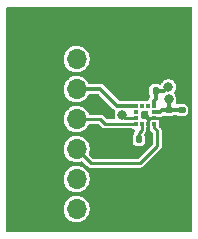
<source format=gbr>
%TF.GenerationSoftware,KiCad,Pcbnew,(6.0.5-0)*%
%TF.CreationDate,2023-04-24T20:53:51-07:00*%
%TF.ProjectId,Magnetometer_Breakout_IIS2MDCTR,4d61676e-6574-46f6-9d65-7465725f4272,rev?*%
%TF.SameCoordinates,Original*%
%TF.FileFunction,Copper,L1,Top*%
%TF.FilePolarity,Positive*%
%FSLAX46Y46*%
G04 Gerber Fmt 4.6, Leading zero omitted, Abs format (unit mm)*
G04 Created by KiCad (PCBNEW (6.0.5-0)) date 2023-04-24 20:53:51*
%MOMM*%
%LPD*%
G01*
G04 APERTURE LIST*
G04 Aperture macros list*
%AMRoundRect*
0 Rectangle with rounded corners*
0 $1 Rounding radius*
0 $2 $3 $4 $5 $6 $7 $8 $9 X,Y pos of 4 corners*
0 Add a 4 corners polygon primitive as box body*
4,1,4,$2,$3,$4,$5,$6,$7,$8,$9,$2,$3,0*
0 Add four circle primitives for the rounded corners*
1,1,$1+$1,$2,$3*
1,1,$1+$1,$4,$5*
1,1,$1+$1,$6,$7*
1,1,$1+$1,$8,$9*
0 Add four rect primitives between the rounded corners*
20,1,$1+$1,$2,$3,$4,$5,0*
20,1,$1+$1,$4,$5,$6,$7,0*
20,1,$1+$1,$6,$7,$8,$9,0*
20,1,$1+$1,$8,$9,$2,$3,0*%
G04 Aperture macros list end*
%TA.AperFunction,SMDPad,CuDef*%
%ADD10R,0.375000X0.350000*%
%TD*%
%TA.AperFunction,SMDPad,CuDef*%
%ADD11R,0.350000X0.375000*%
%TD*%
%TA.AperFunction,ComponentPad*%
%ADD12R,1.700000X1.700000*%
%TD*%
%TA.AperFunction,ComponentPad*%
%ADD13O,1.700000X1.700000*%
%TD*%
%TA.AperFunction,SMDPad,CuDef*%
%ADD14RoundRect,0.140000X-0.170000X0.140000X-0.170000X-0.140000X0.170000X-0.140000X0.170000X0.140000X0*%
%TD*%
%TA.AperFunction,SMDPad,CuDef*%
%ADD15RoundRect,0.140000X-0.140000X-0.170000X0.140000X-0.170000X0.140000X0.170000X-0.140000X0.170000X0*%
%TD*%
%TA.AperFunction,SMDPad,CuDef*%
%ADD16RoundRect,0.140000X0.140000X0.170000X-0.140000X0.170000X-0.140000X-0.170000X0.140000X-0.170000X0*%
%TD*%
%TA.AperFunction,ViaPad*%
%ADD17C,0.800000*%
%TD*%
%TA.AperFunction,Conductor*%
%ADD18C,0.250000*%
%TD*%
%TA.AperFunction,Conductor*%
%ADD19C,0.350000*%
%TD*%
G04 APERTURE END LIST*
D10*
%TO.P,U1,1,SCL/SPC*%
%TO.N,SCL*%
X111802500Y-84085000D03*
%TO.P,U1,2,NC*%
%TO.N,unconnected-(U1-Pad2)*%
X111802500Y-84585000D03*
%TO.P,U1,3,CS*%
%TO.N,CS*%
X111802500Y-85085000D03*
%TO.P,U1,4,SDA/SDI/SDO*%
%TO.N,SDA*%
X111802500Y-85585000D03*
D11*
%TO.P,U1,5,C1*%
%TO.N,Net-(C1-Pad1)*%
X112315000Y-85597500D03*
%TO.P,U1,6,GND*%
%TO.N,GND*%
X112815000Y-85597500D03*
D10*
%TO.P,U1,7,INT/DRDY*%
%TO.N,DRDY*%
X113327500Y-85585000D03*
%TO.P,U1,8,GND*%
%TO.N,GND*%
X113327500Y-85085000D03*
%TO.P,U1,9,VDD*%
%TO.N,VDD*%
X113327500Y-84585000D03*
%TO.P,U1,10,VDD_IO*%
%TO.N,VDDIO*%
X113327500Y-84085000D03*
D11*
%TO.P,U1,11,NC*%
%TO.N,unconnected-(U1-Pad11)*%
X112815000Y-84072500D03*
%TO.P,U1,12,NC*%
%TO.N,unconnected-(U1-Pad12)*%
X112315000Y-84072500D03*
%TD*%
D12*
%TO.P,J1,1,Pin_1*%
%TO.N,GND*%
X106800000Y-77575000D03*
D13*
%TO.P,J1,2,Pin_2*%
%TO.N,VDD*%
X106800000Y-80115000D03*
%TO.P,J1,3,Pin_3*%
%TO.N,SCL*%
X106800000Y-82655000D03*
%TO.P,J1,4,Pin_4*%
%TO.N,SDA*%
X106800000Y-85195000D03*
%TO.P,J1,5,Pin_5*%
%TO.N,DRDY*%
X106800000Y-87735000D03*
%TO.P,J1,6,Pin_6*%
%TO.N,VDDIO*%
X106800000Y-90275000D03*
%TO.P,J1,7,Pin_7*%
%TO.N,CS*%
X106800000Y-92815000D03*
%TD*%
D14*
%TO.P,C2,1*%
%TO.N,VDD*%
X115690000Y-84430000D03*
%TO.P,C2,2*%
%TO.N,GND*%
X115690000Y-85390000D03*
%TD*%
D15*
%TO.P,C1,1*%
%TO.N,Net-(C1-Pad1)*%
X112070000Y-86910000D03*
%TO.P,C1,2*%
%TO.N,GND*%
X113030000Y-86910000D03*
%TD*%
D14*
%TO.P,C3,1*%
%TO.N,VDD*%
X114590000Y-84430000D03*
%TO.P,C3,2*%
%TO.N,GND*%
X114590000Y-85390000D03*
%TD*%
D16*
%TO.P,C4,1*%
%TO.N,VDDIO*%
X113480000Y-82800000D03*
%TO.P,C4,2*%
%TO.N,GND*%
X112520000Y-82800000D03*
%TD*%
D17*
%TO.N,GND*%
X103378000Y-91694000D03*
X111887000Y-87960200D03*
X109550200Y-84683600D03*
X113284000Y-81026000D03*
X103378000Y-78740000D03*
X112268000Y-92710000D03*
X115824000Y-86868000D03*
%TO.N,VDD*%
X114579400Y-83515200D03*
%TO.N,VDDIO*%
X114570000Y-82470000D03*
%TO.N,CS*%
X110670000Y-84859500D03*
%TD*%
D18*
%TO.N,DRDY*%
X113327500Y-85585000D02*
X113327500Y-85897500D01*
X113327500Y-85897500D02*
X113634520Y-86204520D01*
X113634520Y-86204520D02*
X113634520Y-87475480D01*
X107990400Y-88925400D02*
X106800000Y-87735000D01*
X113634520Y-87475480D02*
X112184600Y-88925400D01*
X112184600Y-88925400D02*
X107990400Y-88925400D01*
D19*
%TO.N,VDD*%
X114579400Y-83515200D02*
X114590000Y-83525800D01*
X114590000Y-83525800D02*
X114590000Y-84430000D01*
D18*
%TO.N,Net-(C1-Pad1)*%
X112315000Y-86095000D02*
X112070000Y-86340000D01*
X112315000Y-85597500D02*
X112315000Y-86095000D01*
X112070000Y-86340000D02*
X112070000Y-86910000D01*
%TO.N,GND*%
X112815000Y-86135000D02*
X112815000Y-85597500D01*
X113030000Y-86350000D02*
X112815000Y-86135000D01*
X112985000Y-85085000D02*
X112815000Y-85255000D01*
X114590000Y-85390000D02*
X114170000Y-85390000D01*
X113865000Y-85085000D02*
X113327500Y-85085000D01*
X112815000Y-85255000D02*
X112815000Y-85597500D01*
X114170000Y-85390000D02*
X113865000Y-85085000D01*
X113327500Y-85085000D02*
X112985000Y-85085000D01*
X113030000Y-86910000D02*
X113030000Y-86350000D01*
D19*
%TO.N,VDD*%
X114590000Y-84430000D02*
X113990000Y-84430000D01*
X113835000Y-84585000D02*
X113327500Y-84585000D01*
X115690000Y-84430000D02*
X114590000Y-84430000D01*
X113990000Y-84430000D02*
X113835000Y-84585000D01*
%TO.N,VDDIO*%
X114240000Y-82800000D02*
X114570000Y-82470000D01*
X113480000Y-83480000D02*
X113327500Y-83632500D01*
X113480000Y-82800000D02*
X113480000Y-83480000D01*
X113480000Y-82800000D02*
X114240000Y-82800000D01*
X113327500Y-83632500D02*
X113327500Y-84085000D01*
%TO.N,SCL*%
X111802500Y-84085000D02*
X110247000Y-84085000D01*
X108817000Y-82655000D02*
X106800000Y-82655000D01*
X110247000Y-84085000D02*
X108817000Y-82655000D01*
D18*
%TO.N,CS*%
X110670000Y-84859500D02*
X110895500Y-85085000D01*
X110895500Y-85085000D02*
X111802500Y-85085000D01*
%TO.N,SDA*%
X109207000Y-85585000D02*
X108817000Y-85195000D01*
X108817000Y-85195000D02*
X106800000Y-85195000D01*
X111802500Y-85585000D02*
X109207000Y-85585000D01*
%TD*%
%TA.AperFunction,Conductor*%
%TO.N,GND*%
G36*
X116527621Y-75712502D02*
G01*
X116574114Y-75766158D01*
X116585500Y-75818500D01*
X116585500Y-94615500D01*
X116565498Y-94683621D01*
X116511842Y-94730114D01*
X116459500Y-94741500D01*
X100964500Y-94741500D01*
X100896379Y-94721498D01*
X100849886Y-94667842D01*
X100838500Y-94615500D01*
X100838500Y-92785964D01*
X105691148Y-92785964D01*
X105704424Y-92988522D01*
X105705845Y-92994118D01*
X105705846Y-92994123D01*
X105726119Y-93073945D01*
X105754392Y-93185269D01*
X105756809Y-93190512D01*
X105794010Y-93271208D01*
X105839377Y-93369616D01*
X105956533Y-93535389D01*
X106101938Y-93677035D01*
X106270720Y-93789812D01*
X106276023Y-93792090D01*
X106276026Y-93792092D01*
X106364707Y-93830192D01*
X106457228Y-93869942D01*
X106530244Y-93886464D01*
X106649579Y-93913467D01*
X106649584Y-93913468D01*
X106655216Y-93914742D01*
X106660987Y-93914969D01*
X106660989Y-93914969D01*
X106720756Y-93917317D01*
X106858053Y-93922712D01*
X106958499Y-93908148D01*
X107053231Y-93894413D01*
X107053236Y-93894412D01*
X107058945Y-93893584D01*
X107064409Y-93891729D01*
X107064414Y-93891728D01*
X107245693Y-93830192D01*
X107245698Y-93830190D01*
X107251165Y-93828334D01*
X107428276Y-93729147D01*
X107490934Y-93677035D01*
X107579913Y-93603031D01*
X107584345Y-93599345D01*
X107714147Y-93443276D01*
X107813334Y-93266165D01*
X107815190Y-93260698D01*
X107815192Y-93260693D01*
X107876728Y-93079414D01*
X107876729Y-93079409D01*
X107878584Y-93073945D01*
X107879412Y-93068236D01*
X107879413Y-93068231D01*
X107907179Y-92876727D01*
X107907712Y-92873053D01*
X107909232Y-92815000D01*
X107890658Y-92612859D01*
X107889090Y-92607299D01*
X107837125Y-92423046D01*
X107837124Y-92423044D01*
X107835557Y-92417487D01*
X107824978Y-92396033D01*
X107748331Y-92240609D01*
X107745776Y-92235428D01*
X107624320Y-92072779D01*
X107475258Y-91934987D01*
X107470375Y-91931906D01*
X107470371Y-91931903D01*
X107308464Y-91829748D01*
X107303581Y-91826667D01*
X107115039Y-91751446D01*
X107109379Y-91750320D01*
X107109375Y-91750319D01*
X106921613Y-91712971D01*
X106921610Y-91712971D01*
X106915946Y-91711844D01*
X106910171Y-91711768D01*
X106910167Y-91711768D01*
X106808793Y-91710441D01*
X106712971Y-91709187D01*
X106707274Y-91710166D01*
X106707273Y-91710166D01*
X106518607Y-91742585D01*
X106512910Y-91743564D01*
X106322463Y-91813824D01*
X106148010Y-91917612D01*
X106143670Y-91921418D01*
X106143666Y-91921421D01*
X106123723Y-91938911D01*
X105995392Y-92051455D01*
X105869720Y-92210869D01*
X105867031Y-92215980D01*
X105867029Y-92215983D01*
X105854073Y-92240609D01*
X105775203Y-92390515D01*
X105715007Y-92584378D01*
X105691148Y-92785964D01*
X100838500Y-92785964D01*
X100838500Y-90245964D01*
X105691148Y-90245964D01*
X105704424Y-90448522D01*
X105705845Y-90454118D01*
X105705846Y-90454123D01*
X105726119Y-90533945D01*
X105754392Y-90645269D01*
X105756809Y-90650512D01*
X105794010Y-90731208D01*
X105839377Y-90829616D01*
X105956533Y-90995389D01*
X106101938Y-91137035D01*
X106270720Y-91249812D01*
X106276023Y-91252090D01*
X106276026Y-91252092D01*
X106364707Y-91290192D01*
X106457228Y-91329942D01*
X106530244Y-91346464D01*
X106649579Y-91373467D01*
X106649584Y-91373468D01*
X106655216Y-91374742D01*
X106660987Y-91374969D01*
X106660989Y-91374969D01*
X106720756Y-91377317D01*
X106858053Y-91382712D01*
X106958499Y-91368148D01*
X107053231Y-91354413D01*
X107053236Y-91354412D01*
X107058945Y-91353584D01*
X107064409Y-91351729D01*
X107064414Y-91351728D01*
X107245693Y-91290192D01*
X107245698Y-91290190D01*
X107251165Y-91288334D01*
X107428276Y-91189147D01*
X107490934Y-91137035D01*
X107579913Y-91063031D01*
X107584345Y-91059345D01*
X107714147Y-90903276D01*
X107813334Y-90726165D01*
X107815190Y-90720698D01*
X107815192Y-90720693D01*
X107876728Y-90539414D01*
X107876729Y-90539409D01*
X107878584Y-90533945D01*
X107879412Y-90528236D01*
X107879413Y-90528231D01*
X107907179Y-90336727D01*
X107907712Y-90333053D01*
X107909232Y-90275000D01*
X107890658Y-90072859D01*
X107889090Y-90067299D01*
X107837125Y-89883046D01*
X107837124Y-89883044D01*
X107835557Y-89877487D01*
X107824978Y-89856033D01*
X107748331Y-89700609D01*
X107745776Y-89695428D01*
X107624320Y-89532779D01*
X107475258Y-89394987D01*
X107470375Y-89391906D01*
X107470371Y-89391903D01*
X107308464Y-89289748D01*
X107303581Y-89286667D01*
X107115039Y-89211446D01*
X107109379Y-89210320D01*
X107109375Y-89210319D01*
X106921613Y-89172971D01*
X106921610Y-89172971D01*
X106915946Y-89171844D01*
X106910171Y-89171768D01*
X106910167Y-89171768D01*
X106808793Y-89170441D01*
X106712971Y-89169187D01*
X106707274Y-89170166D01*
X106707273Y-89170166D01*
X106518607Y-89202585D01*
X106512910Y-89203564D01*
X106322463Y-89273824D01*
X106148010Y-89377612D01*
X106143670Y-89381418D01*
X106143666Y-89381421D01*
X106123723Y-89398911D01*
X105995392Y-89511455D01*
X105869720Y-89670869D01*
X105867031Y-89675980D01*
X105867029Y-89675983D01*
X105854073Y-89700609D01*
X105775203Y-89850515D01*
X105715007Y-90044378D01*
X105691148Y-90245964D01*
X100838500Y-90245964D01*
X100838500Y-87705964D01*
X105691148Y-87705964D01*
X105704424Y-87908522D01*
X105705845Y-87914118D01*
X105705846Y-87914123D01*
X105726119Y-87993945D01*
X105754392Y-88105269D01*
X105756809Y-88110512D01*
X105797268Y-88198274D01*
X105839377Y-88289616D01*
X105956533Y-88455389D01*
X106101938Y-88597035D01*
X106270720Y-88709812D01*
X106276023Y-88712090D01*
X106276026Y-88712092D01*
X106451921Y-88787662D01*
X106457228Y-88789942D01*
X106530244Y-88806464D01*
X106649579Y-88833467D01*
X106649584Y-88833468D01*
X106655216Y-88834742D01*
X106660987Y-88834969D01*
X106660989Y-88834969D01*
X106720756Y-88837317D01*
X106858053Y-88842712D01*
X106958499Y-88828148D01*
X107053231Y-88814413D01*
X107053236Y-88814412D01*
X107058945Y-88813584D01*
X107195991Y-88767063D01*
X107266926Y-88764107D01*
X107325587Y-88797281D01*
X107683922Y-89155616D01*
X107699064Y-89174364D01*
X107700179Y-89175589D01*
X107705829Y-89184340D01*
X107714007Y-89190787D01*
X107714009Y-89190789D01*
X107732200Y-89205129D01*
X107736641Y-89209075D01*
X107736703Y-89209002D01*
X107740667Y-89212361D01*
X107744344Y-89216038D01*
X107760092Y-89227292D01*
X107764762Y-89230798D01*
X107805047Y-89262556D01*
X107813681Y-89265588D01*
X107821134Y-89270914D01*
X107870250Y-89285603D01*
X107875892Y-89287436D01*
X107916599Y-89301731D01*
X107924251Y-89304418D01*
X107929816Y-89304900D01*
X107932524Y-89304900D01*
X107935158Y-89305014D01*
X107935256Y-89305043D01*
X107935249Y-89305207D01*
X107935953Y-89305251D01*
X107942178Y-89307113D01*
X107996035Y-89304997D01*
X108000982Y-89304900D01*
X112130680Y-89304900D01*
X112154628Y-89307449D01*
X112156293Y-89307528D01*
X112166476Y-89309720D01*
X112176817Y-89308496D01*
X112199823Y-89305773D01*
X112205754Y-89305423D01*
X112205746Y-89305328D01*
X112210924Y-89304900D01*
X112216124Y-89304900D01*
X112221253Y-89304046D01*
X112221256Y-89304046D01*
X112235165Y-89301731D01*
X112241043Y-89300894D01*
X112281601Y-89296094D01*
X112281602Y-89296094D01*
X112291941Y-89294870D01*
X112300193Y-89290907D01*
X112309226Y-89289404D01*
X112318395Y-89284457D01*
X112318397Y-89284456D01*
X112354332Y-89265066D01*
X112359625Y-89262369D01*
X112398682Y-89243615D01*
X112398686Y-89243612D01*
X112405832Y-89240181D01*
X112410108Y-89236586D01*
X112412031Y-89234663D01*
X112413963Y-89232891D01*
X112414042Y-89232848D01*
X112414155Y-89232972D01*
X112414695Y-89232496D01*
X112420414Y-89229410D01*
X112435042Y-89213586D01*
X112457016Y-89189814D01*
X112460446Y-89186248D01*
X113864736Y-87781958D01*
X113883484Y-87766816D01*
X113884709Y-87765701D01*
X113893460Y-87760051D01*
X113899907Y-87751873D01*
X113899909Y-87751871D01*
X113914249Y-87733680D01*
X113918196Y-87729238D01*
X113918123Y-87729176D01*
X113921481Y-87725213D01*
X113925158Y-87721536D01*
X113928180Y-87717307D01*
X113936379Y-87705834D01*
X113939942Y-87701088D01*
X113965227Y-87669013D01*
X113971676Y-87660833D01*
X113974709Y-87652197D01*
X113980034Y-87644745D01*
X113994724Y-87595625D01*
X113996559Y-87589978D01*
X114010911Y-87549110D01*
X114010911Y-87549108D01*
X114013538Y-87541629D01*
X114014020Y-87536064D01*
X114014020Y-87533357D01*
X114014134Y-87530725D01*
X114014164Y-87530624D01*
X114014327Y-87530631D01*
X114014371Y-87529931D01*
X114016234Y-87523702D01*
X114014117Y-87469830D01*
X114014020Y-87464882D01*
X114014020Y-86258440D01*
X114016569Y-86234492D01*
X114016648Y-86232827D01*
X114018840Y-86222644D01*
X114014893Y-86189297D01*
X114014543Y-86183366D01*
X114014448Y-86183374D01*
X114014020Y-86178196D01*
X114014020Y-86172996D01*
X114010966Y-86154647D01*
X114010851Y-86153955D01*
X114010014Y-86148077D01*
X114005214Y-86107519D01*
X114005214Y-86107518D01*
X114003990Y-86097179D01*
X114000027Y-86088927D01*
X113998524Y-86079894D01*
X113985324Y-86055429D01*
X113974186Y-86034788D01*
X113971489Y-86029495D01*
X113952735Y-85990438D01*
X113952732Y-85990434D01*
X113949301Y-85983288D01*
X113945706Y-85979012D01*
X113943783Y-85977089D01*
X113942011Y-85975157D01*
X113941968Y-85975078D01*
X113942092Y-85974965D01*
X113941616Y-85974425D01*
X113938530Y-85968706D01*
X113898933Y-85932103D01*
X113895368Y-85928674D01*
X113806405Y-85839711D01*
X113772379Y-85777399D01*
X113769500Y-85750616D01*
X113769499Y-85391123D01*
X113769499Y-85384934D01*
X113759745Y-85335892D01*
X113757156Y-85322874D01*
X113757155Y-85322872D01*
X113754734Y-85310699D01*
X113698484Y-85226516D01*
X113695295Y-85224385D01*
X113664114Y-85167283D01*
X113669179Y-85096468D01*
X113711726Y-85039632D01*
X113778246Y-85014821D01*
X113787235Y-85014500D01*
X113802031Y-85014500D01*
X113816841Y-85015373D01*
X113848643Y-85019137D01*
X113857907Y-85017445D01*
X113857908Y-85017445D01*
X113891080Y-85011386D01*
X113903586Y-85009103D01*
X113907489Y-85008453D01*
X113953405Y-85001550D01*
X113962717Y-85000150D01*
X113968924Y-84997169D01*
X113975694Y-84995933D01*
X113984050Y-84991593D01*
X113984057Y-84991590D01*
X114025273Y-84970179D01*
X114028750Y-84968441D01*
X114079141Y-84944243D01*
X114084196Y-84939571D01*
X114090305Y-84936397D01*
X114095121Y-84932283D01*
X114095476Y-84931928D01*
X114101724Y-84927717D01*
X114102904Y-84929467D01*
X114158245Y-84904656D01*
X114232514Y-84917228D01*
X114296573Y-84949868D01*
X114306363Y-84951419D01*
X114306364Y-84951419D01*
X114330869Y-84955300D01*
X114388955Y-84964500D01*
X114589959Y-84964500D01*
X114791044Y-84964499D01*
X114814208Y-84960830D01*
X114873629Y-84951420D01*
X114873631Y-84951419D01*
X114883427Y-84949868D01*
X114892550Y-84945220D01*
X114985935Y-84897637D01*
X114994771Y-84893135D01*
X115001786Y-84886120D01*
X115005301Y-84883566D01*
X115072168Y-84859706D01*
X115079365Y-84859500D01*
X115200635Y-84859500D01*
X115268756Y-84879502D01*
X115274699Y-84883566D01*
X115278214Y-84886120D01*
X115285229Y-84893135D01*
X115396573Y-84949868D01*
X115406363Y-84951419D01*
X115406364Y-84951419D01*
X115430869Y-84955300D01*
X115488955Y-84964500D01*
X115689959Y-84964500D01*
X115891044Y-84964499D01*
X115914208Y-84960830D01*
X115973629Y-84951420D01*
X115973631Y-84951419D01*
X115983427Y-84949868D01*
X115992550Y-84945220D01*
X116047486Y-84917228D01*
X116094771Y-84893135D01*
X116183135Y-84804771D01*
X116239868Y-84693427D01*
X116254500Y-84601045D01*
X116254499Y-84258956D01*
X116245879Y-84204527D01*
X116241420Y-84176371D01*
X116241419Y-84176369D01*
X116239868Y-84166573D01*
X116183135Y-84055229D01*
X116094771Y-83966865D01*
X115983427Y-83910132D01*
X115973637Y-83908581D01*
X115973636Y-83908581D01*
X115947899Y-83904505D01*
X115891045Y-83895500D01*
X115690041Y-83895500D01*
X115488956Y-83895501D01*
X115465792Y-83899170D01*
X115406371Y-83908580D01*
X115406369Y-83908581D01*
X115396573Y-83910132D01*
X115387734Y-83914636D01*
X115387733Y-83914636D01*
X115355876Y-83930868D01*
X115286099Y-83943973D01*
X115220314Y-83917273D01*
X115179407Y-83859246D01*
X115176366Y-83788315D01*
X115181765Y-83771605D01*
X115213406Y-83692895D01*
X115216242Y-83685841D01*
X115227904Y-83603895D01*
X115237981Y-83533091D01*
X115237981Y-83533088D01*
X115238562Y-83529007D01*
X115238707Y-83515200D01*
X115219676Y-83357933D01*
X115163680Y-83209746D01*
X115087754Y-83099272D01*
X115078255Y-83085451D01*
X115078254Y-83085449D01*
X115073953Y-83079192D01*
X115068284Y-83074141D01*
X115065035Y-83070456D01*
X115034991Y-83006130D01*
X115044493Y-82935773D01*
X115057225Y-82913610D01*
X115147755Y-82787624D01*
X115206842Y-82640641D01*
X115229162Y-82483807D01*
X115229307Y-82470000D01*
X115210276Y-82312733D01*
X115154280Y-82164546D01*
X115064553Y-82033992D01*
X114946275Y-81928611D01*
X114938889Y-81924700D01*
X114812988Y-81858039D01*
X114812989Y-81858039D01*
X114806274Y-81854484D01*
X114652633Y-81815892D01*
X114645034Y-81815852D01*
X114645033Y-81815852D01*
X114579181Y-81815507D01*
X114494221Y-81815062D01*
X114486841Y-81816834D01*
X114486839Y-81816834D01*
X114347563Y-81850271D01*
X114347560Y-81850272D01*
X114340184Y-81852043D01*
X114199414Y-81924700D01*
X114080039Y-82028838D01*
X113988950Y-82158444D01*
X113986190Y-82165524D01*
X113969001Y-82209610D01*
X113925620Y-82265812D01*
X113858741Y-82289638D01*
X113794404Y-82276106D01*
X113752262Y-82254633D01*
X113752258Y-82254632D01*
X113743427Y-82250132D01*
X113733637Y-82248581D01*
X113733636Y-82248581D01*
X113707899Y-82244505D01*
X113651045Y-82235500D01*
X113480035Y-82235500D01*
X113308956Y-82235501D01*
X113285792Y-82239170D01*
X113226371Y-82248580D01*
X113226369Y-82248581D01*
X113216573Y-82250132D01*
X113105229Y-82306865D01*
X113016865Y-82395229D01*
X112960132Y-82506573D01*
X112945500Y-82598955D01*
X112945501Y-83001044D01*
X112949170Y-83024208D01*
X112957878Y-83079192D01*
X112960132Y-83093427D01*
X112964635Y-83102264D01*
X112964635Y-83102265D01*
X113016865Y-83204771D01*
X113014026Y-83206218D01*
X113032285Y-83257367D01*
X113016216Y-83326521D01*
X113010146Y-83336217D01*
X112983073Y-83375389D01*
X112979136Y-83381085D01*
X112976841Y-83384297D01*
X112943635Y-83429254D01*
X112941353Y-83435751D01*
X112937441Y-83441412D01*
X112934603Y-83450386D01*
X112934602Y-83450388D01*
X112920608Y-83494640D01*
X112919354Y-83498398D01*
X112902549Y-83546250D01*
X112861105Y-83603895D01*
X112795075Y-83629982D01*
X112783668Y-83630500D01*
X112629498Y-83630501D01*
X112614934Y-83630501D01*
X112608867Y-83631708D01*
X112608863Y-83631708D01*
X112589578Y-83635544D01*
X112540421Y-83635543D01*
X112515067Y-83630500D01*
X112315017Y-83630500D01*
X112114934Y-83630501D01*
X112071090Y-83639221D01*
X112052870Y-83642845D01*
X112052869Y-83642845D01*
X112040699Y-83645266D01*
X112037305Y-83647534D01*
X111997257Y-83655500D01*
X110477095Y-83655500D01*
X110408974Y-83635498D01*
X110388000Y-83618595D01*
X109144014Y-82374609D01*
X109134159Y-82363520D01*
X109120165Y-82345769D01*
X109114334Y-82338372D01*
X109106587Y-82333017D01*
X109106585Y-82333016D01*
X109077237Y-82312733D01*
X109068405Y-82306629D01*
X109065193Y-82304334D01*
X109062528Y-82302365D01*
X109020246Y-82271135D01*
X109013749Y-82268853D01*
X109008088Y-82264941D01*
X108999114Y-82262103D01*
X108999112Y-82262102D01*
X108966385Y-82251753D01*
X108954852Y-82248105D01*
X108951103Y-82246854D01*
X108907280Y-82231464D01*
X108907272Y-82231462D01*
X108898389Y-82228343D01*
X108891510Y-82228073D01*
X108884947Y-82225997D01*
X108878633Y-82225500D01*
X108828515Y-82225500D01*
X108823568Y-82225403D01*
X108769337Y-82223272D01*
X108762494Y-82225087D01*
X108754981Y-82225500D01*
X107898135Y-82225500D01*
X107830014Y-82205498D01*
X107785129Y-82155228D01*
X107748331Y-82080609D01*
X107745776Y-82075428D01*
X107624320Y-81912779D01*
X107475258Y-81774987D01*
X107470375Y-81771906D01*
X107470371Y-81771903D01*
X107308464Y-81669748D01*
X107303581Y-81666667D01*
X107115039Y-81591446D01*
X107109379Y-81590320D01*
X107109375Y-81590319D01*
X106921613Y-81552971D01*
X106921610Y-81552971D01*
X106915946Y-81551844D01*
X106910171Y-81551768D01*
X106910167Y-81551768D01*
X106808793Y-81550441D01*
X106712971Y-81549187D01*
X106707274Y-81550166D01*
X106707273Y-81550166D01*
X106518607Y-81582585D01*
X106512910Y-81583564D01*
X106322463Y-81653824D01*
X106148010Y-81757612D01*
X106143670Y-81761418D01*
X106143666Y-81761421D01*
X106037549Y-81854484D01*
X105995392Y-81891455D01*
X105869720Y-82050869D01*
X105867031Y-82055980D01*
X105867029Y-82055983D01*
X105854073Y-82080609D01*
X105775203Y-82230515D01*
X105715007Y-82424378D01*
X105691148Y-82625964D01*
X105704424Y-82828522D01*
X105705845Y-82834118D01*
X105705846Y-82834123D01*
X105749482Y-83005937D01*
X105754392Y-83025269D01*
X105756809Y-83030512D01*
X105798711Y-83121405D01*
X105839377Y-83209616D01*
X105956533Y-83375389D01*
X106101938Y-83517035D01*
X106270720Y-83629812D01*
X106276023Y-83632090D01*
X106276026Y-83632092D01*
X106379969Y-83676749D01*
X106457228Y-83709942D01*
X106530244Y-83726464D01*
X106649579Y-83753467D01*
X106649584Y-83753468D01*
X106655216Y-83754742D01*
X106660987Y-83754969D01*
X106660989Y-83754969D01*
X106720756Y-83757317D01*
X106858053Y-83762712D01*
X106958499Y-83748148D01*
X107053231Y-83734413D01*
X107053236Y-83734412D01*
X107058945Y-83733584D01*
X107064409Y-83731729D01*
X107064414Y-83731728D01*
X107245693Y-83670192D01*
X107245698Y-83670190D01*
X107251165Y-83668334D01*
X107309718Y-83635543D01*
X107366229Y-83603895D01*
X107428276Y-83569147D01*
X107455807Y-83546250D01*
X107579913Y-83443031D01*
X107584345Y-83439345D01*
X107630120Y-83384307D01*
X107710453Y-83287718D01*
X107710455Y-83287715D01*
X107714147Y-83283276D01*
X107789384Y-83148931D01*
X107840118Y-83099272D01*
X107899316Y-83084500D01*
X108586906Y-83084500D01*
X108655027Y-83104502D01*
X108676001Y-83121405D01*
X109919982Y-84365386D01*
X109929837Y-84376475D01*
X109949666Y-84401628D01*
X109995620Y-84433388D01*
X109998823Y-84435678D01*
X109999247Y-84435991D01*
X110025224Y-84455178D01*
X110068135Y-84511738D01*
X110073655Y-84582519D01*
X110067758Y-84602299D01*
X110052864Y-84640501D01*
X110031406Y-84695537D01*
X110030414Y-84703070D01*
X110030414Y-84703071D01*
X110013314Y-84832964D01*
X110010729Y-84852596D01*
X110015422Y-84895102D01*
X110027020Y-85000150D01*
X110028113Y-85010053D01*
X110030723Y-85017184D01*
X110030723Y-85017186D01*
X110037681Y-85036199D01*
X110042307Y-85107045D01*
X110007897Y-85169145D01*
X109945376Y-85202784D01*
X109919355Y-85205500D01*
X109416384Y-85205500D01*
X109348263Y-85185498D01*
X109327289Y-85168595D01*
X109123478Y-84964784D01*
X109108336Y-84946036D01*
X109107221Y-84944811D01*
X109101571Y-84936060D01*
X109093393Y-84929613D01*
X109093391Y-84929611D01*
X109075200Y-84915271D01*
X109070759Y-84911325D01*
X109070697Y-84911398D01*
X109066733Y-84908039D01*
X109063056Y-84904362D01*
X109047308Y-84893108D01*
X109042638Y-84889602D01*
X109002353Y-84857844D01*
X108993719Y-84854812D01*
X108986266Y-84849486D01*
X108937150Y-84834797D01*
X108931508Y-84832964D01*
X108890633Y-84818610D01*
X108890632Y-84818610D01*
X108883149Y-84815982D01*
X108877584Y-84815500D01*
X108874876Y-84815500D01*
X108872242Y-84815386D01*
X108872144Y-84815357D01*
X108872151Y-84815193D01*
X108871447Y-84815149D01*
X108865222Y-84813287D01*
X108811365Y-84815403D01*
X108806418Y-84815500D01*
X107922792Y-84815500D01*
X107854671Y-84795498D01*
X107809786Y-84745228D01*
X107748331Y-84620609D01*
X107745776Y-84615428D01*
X107624320Y-84452779D01*
X107475258Y-84314987D01*
X107470375Y-84311906D01*
X107470371Y-84311903D01*
X107308464Y-84209748D01*
X107303581Y-84206667D01*
X107115039Y-84131446D01*
X107109379Y-84130320D01*
X107109375Y-84130319D01*
X106921613Y-84092971D01*
X106921610Y-84092971D01*
X106915946Y-84091844D01*
X106910171Y-84091768D01*
X106910167Y-84091768D01*
X106808793Y-84090441D01*
X106712971Y-84089187D01*
X106707274Y-84090166D01*
X106707273Y-84090166D01*
X106518607Y-84122585D01*
X106512910Y-84123564D01*
X106322463Y-84193824D01*
X106148010Y-84297612D01*
X106143670Y-84301418D01*
X106143666Y-84301421D01*
X106029403Y-84401628D01*
X105995392Y-84431455D01*
X105869720Y-84590869D01*
X105867031Y-84595980D01*
X105867029Y-84595983D01*
X105854073Y-84620609D01*
X105775203Y-84770515D01*
X105715007Y-84964378D01*
X105691148Y-85165964D01*
X105704424Y-85368522D01*
X105705845Y-85374118D01*
X105705846Y-85374123D01*
X105708592Y-85384934D01*
X105754392Y-85565269D01*
X105756809Y-85570512D01*
X105791803Y-85646419D01*
X105839377Y-85749616D01*
X105842710Y-85754332D01*
X105949375Y-85905260D01*
X105956533Y-85915389D01*
X105960675Y-85919424D01*
X106006874Y-85964429D01*
X106101938Y-86057035D01*
X106270720Y-86169812D01*
X106276023Y-86172090D01*
X106276026Y-86172092D01*
X106393690Y-86222644D01*
X106457228Y-86249942D01*
X106520531Y-86264266D01*
X106649579Y-86293467D01*
X106649584Y-86293468D01*
X106655216Y-86294742D01*
X106660987Y-86294969D01*
X106660989Y-86294969D01*
X106720756Y-86297317D01*
X106858053Y-86302712D01*
X106981197Y-86284857D01*
X107053231Y-86274413D01*
X107053236Y-86274412D01*
X107058945Y-86273584D01*
X107064409Y-86271729D01*
X107064414Y-86271728D01*
X107245693Y-86210192D01*
X107245698Y-86210190D01*
X107251165Y-86208334D01*
X107314266Y-86172996D01*
X107347257Y-86154520D01*
X107428276Y-86109147D01*
X107441914Y-86097805D01*
X107579913Y-85983031D01*
X107584345Y-85979345D01*
X107611218Y-85947034D01*
X107710453Y-85827718D01*
X107710455Y-85827715D01*
X107714147Y-85823276D01*
X107813334Y-85646165D01*
X107813787Y-85646419D01*
X107857368Y-85595151D01*
X107926488Y-85574500D01*
X108607616Y-85574500D01*
X108675737Y-85594502D01*
X108696711Y-85611405D01*
X108900522Y-85815216D01*
X108915664Y-85833964D01*
X108916779Y-85835189D01*
X108922429Y-85843940D01*
X108930607Y-85850387D01*
X108930609Y-85850389D01*
X108948800Y-85864729D01*
X108953244Y-85868678D01*
X108953306Y-85868604D01*
X108957263Y-85871957D01*
X108960944Y-85875638D01*
X108976654Y-85886865D01*
X108981380Y-85890413D01*
X109021647Y-85922156D01*
X109030284Y-85925189D01*
X109037734Y-85930513D01*
X109047710Y-85933497D01*
X109047711Y-85933497D01*
X109059531Y-85937032D01*
X109086849Y-85945202D01*
X109092486Y-85947034D01*
X109133367Y-85961390D01*
X109140851Y-85964018D01*
X109146416Y-85964500D01*
X109149124Y-85964500D01*
X109151758Y-85964614D01*
X109151856Y-85964643D01*
X109151849Y-85964807D01*
X109152553Y-85964851D01*
X109158778Y-85966713D01*
X109212635Y-85964597D01*
X109217582Y-85964500D01*
X111424746Y-85964500D01*
X111494748Y-85985735D01*
X111515699Y-85999734D01*
X111589933Y-86014500D01*
X111602014Y-86014500D01*
X111670135Y-86034502D01*
X111716628Y-86088158D01*
X111726732Y-86158432D01*
X111722731Y-86176601D01*
X111709799Y-86219844D01*
X111707964Y-86225492D01*
X111696394Y-86258440D01*
X111690982Y-86273851D01*
X111690500Y-86279416D01*
X111690500Y-86282124D01*
X111690386Y-86284758D01*
X111690357Y-86284856D01*
X111690193Y-86284849D01*
X111690149Y-86285553D01*
X111688287Y-86291778D01*
X111688696Y-86302183D01*
X111690403Y-86345635D01*
X111690500Y-86350582D01*
X111690500Y-86369404D01*
X111670498Y-86437525D01*
X111653595Y-86458499D01*
X111606865Y-86505229D01*
X111550132Y-86616573D01*
X111535500Y-86708955D01*
X111535501Y-87111044D01*
X111550132Y-87203427D01*
X111606865Y-87314771D01*
X111695229Y-87403135D01*
X111806573Y-87459868D01*
X111816363Y-87461419D01*
X111816364Y-87461419D01*
X111838230Y-87464882D01*
X111898955Y-87474500D01*
X112069965Y-87474500D01*
X112241044Y-87474499D01*
X112270525Y-87469830D01*
X112323629Y-87461420D01*
X112323631Y-87461419D01*
X112333427Y-87459868D01*
X112444771Y-87403135D01*
X112533135Y-87314771D01*
X112589868Y-87203427D01*
X112604500Y-87111045D01*
X112604499Y-86708956D01*
X112592287Y-86631844D01*
X112591420Y-86626371D01*
X112591419Y-86626369D01*
X112589868Y-86616573D01*
X112545167Y-86528843D01*
X112532063Y-86459066D01*
X112558763Y-86393282D01*
X112567992Y-86383411D01*
X112573940Y-86379571D01*
X112580387Y-86371393D01*
X112580389Y-86371391D01*
X112594729Y-86353200D01*
X112598678Y-86348756D01*
X112598604Y-86348694D01*
X112601957Y-86344737D01*
X112605638Y-86341056D01*
X112616865Y-86325346D01*
X112620421Y-86320609D01*
X112640002Y-86295771D01*
X112652156Y-86280353D01*
X112655189Y-86271716D01*
X112660513Y-86264266D01*
X112675202Y-86215151D01*
X112677034Y-86209514D01*
X112691390Y-86168633D01*
X112691390Y-86168632D01*
X112694018Y-86161149D01*
X112694500Y-86155584D01*
X112694500Y-86152876D01*
X112694614Y-86150242D01*
X112694643Y-86150144D01*
X112694807Y-86150151D01*
X112694851Y-86149447D01*
X112696713Y-86143222D01*
X112694597Y-86089365D01*
X112694500Y-86084418D01*
X112694500Y-85975254D01*
X112715730Y-85905260D01*
X112718582Y-85900991D01*
X112773055Y-85855459D01*
X112843498Y-85846606D01*
X112907544Y-85877242D01*
X112928118Y-85900984D01*
X112932725Y-85907879D01*
X112953086Y-85963070D01*
X112956806Y-85994500D01*
X112958030Y-86004841D01*
X112961993Y-86013093D01*
X112963496Y-86022126D01*
X112968443Y-86031295D01*
X112968444Y-86031297D01*
X112987834Y-86067232D01*
X112990531Y-86072525D01*
X113009285Y-86111582D01*
X113009288Y-86111586D01*
X113012719Y-86118732D01*
X113016314Y-86123008D01*
X113018237Y-86124931D01*
X113020009Y-86126863D01*
X113020052Y-86126942D01*
X113019928Y-86127055D01*
X113020404Y-86127595D01*
X113023490Y-86133314D01*
X113031135Y-86140381D01*
X113063086Y-86169916D01*
X113066652Y-86173346D01*
X113218115Y-86324809D01*
X113252141Y-86387121D01*
X113255020Y-86413904D01*
X113255020Y-87266096D01*
X113235018Y-87334217D01*
X113218115Y-87355191D01*
X112064311Y-88508995D01*
X112001999Y-88543021D01*
X111975216Y-88545900D01*
X108199785Y-88545900D01*
X108131664Y-88525898D01*
X108110690Y-88508995D01*
X107862281Y-88260586D01*
X107828255Y-88198274D01*
X107832063Y-88130992D01*
X107878584Y-87993945D01*
X107879412Y-87988236D01*
X107879413Y-87988231D01*
X107907179Y-87796727D01*
X107907712Y-87793053D01*
X107909232Y-87735000D01*
X107896164Y-87592776D01*
X107891187Y-87538613D01*
X107891186Y-87538610D01*
X107890658Y-87532859D01*
X107889090Y-87527299D01*
X107837125Y-87343046D01*
X107837124Y-87343044D01*
X107835557Y-87337487D01*
X107827813Y-87321782D01*
X107748331Y-87160609D01*
X107745776Y-87155428D01*
X107624320Y-86992779D01*
X107475258Y-86854987D01*
X107470375Y-86851906D01*
X107470371Y-86851903D01*
X107308464Y-86749748D01*
X107303581Y-86746667D01*
X107115039Y-86671446D01*
X107109379Y-86670320D01*
X107109375Y-86670319D01*
X106921613Y-86632971D01*
X106921610Y-86632971D01*
X106915946Y-86631844D01*
X106910171Y-86631768D01*
X106910167Y-86631768D01*
X106808793Y-86630441D01*
X106712971Y-86629187D01*
X106707274Y-86630166D01*
X106707273Y-86630166D01*
X106518607Y-86662585D01*
X106512910Y-86663564D01*
X106322463Y-86733824D01*
X106148010Y-86837612D01*
X106143670Y-86841418D01*
X106143666Y-86841421D01*
X106123723Y-86858911D01*
X105995392Y-86971455D01*
X105869720Y-87130869D01*
X105867031Y-87135980D01*
X105867029Y-87135983D01*
X105854073Y-87160609D01*
X105775203Y-87310515D01*
X105715007Y-87504378D01*
X105691148Y-87705964D01*
X100838500Y-87705964D01*
X100838500Y-80085964D01*
X105691148Y-80085964D01*
X105704424Y-80288522D01*
X105705845Y-80294118D01*
X105705846Y-80294123D01*
X105726119Y-80373945D01*
X105754392Y-80485269D01*
X105756809Y-80490512D01*
X105794010Y-80571208D01*
X105839377Y-80669616D01*
X105956533Y-80835389D01*
X106101938Y-80977035D01*
X106270720Y-81089812D01*
X106276023Y-81092090D01*
X106276026Y-81092092D01*
X106364707Y-81130192D01*
X106457228Y-81169942D01*
X106530244Y-81186464D01*
X106649579Y-81213467D01*
X106649584Y-81213468D01*
X106655216Y-81214742D01*
X106660987Y-81214969D01*
X106660989Y-81214969D01*
X106720756Y-81217317D01*
X106858053Y-81222712D01*
X106958499Y-81208148D01*
X107053231Y-81194413D01*
X107053236Y-81194412D01*
X107058945Y-81193584D01*
X107064409Y-81191729D01*
X107064414Y-81191728D01*
X107245693Y-81130192D01*
X107245698Y-81130190D01*
X107251165Y-81128334D01*
X107428276Y-81029147D01*
X107490934Y-80977035D01*
X107579913Y-80903031D01*
X107584345Y-80899345D01*
X107714147Y-80743276D01*
X107813334Y-80566165D01*
X107815190Y-80560698D01*
X107815192Y-80560693D01*
X107876728Y-80379414D01*
X107876729Y-80379409D01*
X107878584Y-80373945D01*
X107879412Y-80368236D01*
X107879413Y-80368231D01*
X107907179Y-80176727D01*
X107907712Y-80173053D01*
X107909232Y-80115000D01*
X107890658Y-79912859D01*
X107889090Y-79907299D01*
X107837125Y-79723046D01*
X107837124Y-79723044D01*
X107835557Y-79717487D01*
X107824978Y-79696033D01*
X107748331Y-79540609D01*
X107745776Y-79535428D01*
X107624320Y-79372779D01*
X107475258Y-79234987D01*
X107470375Y-79231906D01*
X107470371Y-79231903D01*
X107308464Y-79129748D01*
X107303581Y-79126667D01*
X107115039Y-79051446D01*
X107109379Y-79050320D01*
X107109375Y-79050319D01*
X106921613Y-79012971D01*
X106921610Y-79012971D01*
X106915946Y-79011844D01*
X106910171Y-79011768D01*
X106910167Y-79011768D01*
X106808793Y-79010441D01*
X106712971Y-79009187D01*
X106707274Y-79010166D01*
X106707273Y-79010166D01*
X106518607Y-79042585D01*
X106512910Y-79043564D01*
X106322463Y-79113824D01*
X106148010Y-79217612D01*
X106143670Y-79221418D01*
X106143666Y-79221421D01*
X106123723Y-79238911D01*
X105995392Y-79351455D01*
X105869720Y-79510869D01*
X105867031Y-79515980D01*
X105867029Y-79515983D01*
X105854073Y-79540609D01*
X105775203Y-79690515D01*
X105715007Y-79884378D01*
X105691148Y-80085964D01*
X100838500Y-80085964D01*
X100838500Y-75818500D01*
X100858502Y-75750379D01*
X100912158Y-75703886D01*
X100964500Y-75692500D01*
X116459500Y-75692500D01*
X116527621Y-75712502D01*
G37*
%TD.AperFunction*%
%TA.AperFunction,Conductor*%
G36*
X112589579Y-84509457D02*
G01*
X112614933Y-84514500D01*
X112627599Y-84514500D01*
X112759501Y-84514499D01*
X112827620Y-84534501D01*
X112874113Y-84588156D01*
X112885500Y-84640498D01*
X112885501Y-84745228D01*
X112885501Y-84785066D01*
X112891493Y-84815193D01*
X112897435Y-84845065D01*
X112900266Y-84859301D01*
X112907161Y-84869621D01*
X112907162Y-84869622D01*
X112937664Y-84915271D01*
X112956516Y-84943484D01*
X113011519Y-84980236D01*
X113057045Y-85034713D01*
X113065892Y-85105156D01*
X113035251Y-85169200D01*
X113011521Y-85189762D01*
X112956516Y-85226516D01*
X112919764Y-85281519D01*
X112865287Y-85327045D01*
X112794844Y-85335892D01*
X112730800Y-85305251D01*
X112710238Y-85281521D01*
X112673484Y-85226516D01*
X112589301Y-85170266D01*
X112515067Y-85155500D01*
X112502403Y-85155500D01*
X112370499Y-85155501D01*
X112302380Y-85135499D01*
X112255887Y-85081844D01*
X112244500Y-85029502D01*
X112244499Y-84891127D01*
X112244499Y-84884934D01*
X112239456Y-84859578D01*
X112239457Y-84810419D01*
X112242030Y-84797487D01*
X112244500Y-84785067D01*
X112244499Y-84640499D01*
X112264501Y-84572380D01*
X112318156Y-84525887D01*
X112370498Y-84514500D01*
X112502390Y-84514499D01*
X112515066Y-84514499D01*
X112521133Y-84513292D01*
X112521137Y-84513292D01*
X112540422Y-84509456D01*
X112589579Y-84509457D01*
G37*
%TD.AperFunction*%
%TD*%
M02*

</source>
